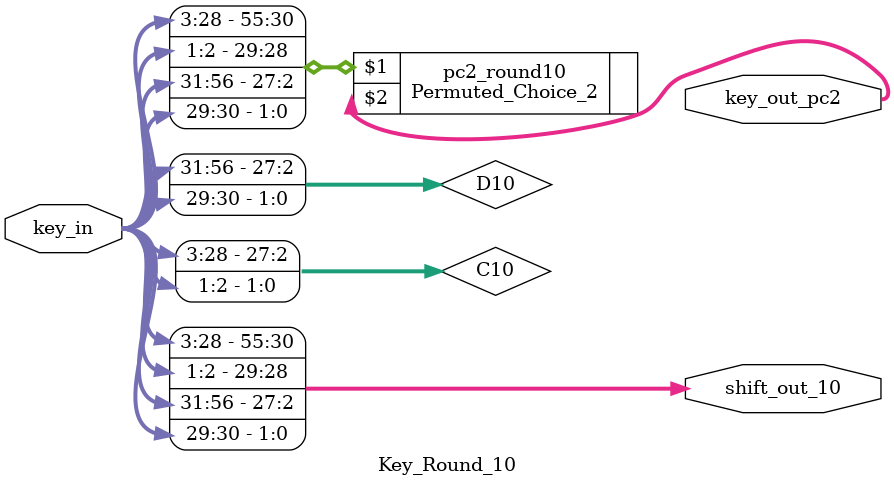
<source format=v>
`timescale 1ns / 1ps
module Key_Round_10(
    input [1:56] key_in,
    output [1:56] shift_out_10,
    output [1:48] key_out_pc2
    );

wire [1:28] C10,D10;
assign C10={key_in[3:28],key_in[1:2]};
assign D10={key_in[31:56],key_in[29:30]};
assign shift_out_10={C10,D10};

Permuted_Choice_2 pc2_round10(shift_out_10, key_out_pc2);
endmodule

</source>
